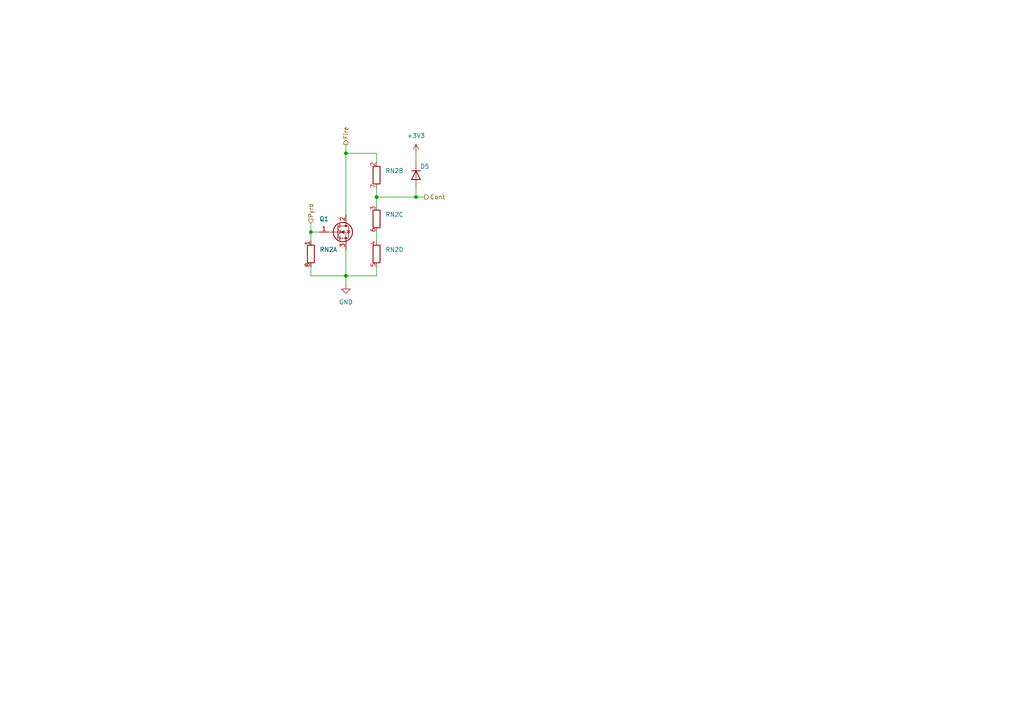
<source format=kicad_sch>
(kicad_sch (version 20211123) (generator eeschema)
  (paper "A4")
  (lib_symbols
    (symbol "Device:Q_NMOS_GDS" (pin_names (offset 0) hide)
      (property "Reference" "Q" (at 5.08 1.27 0))
      (property "Value" "Q_NMOS_GDS" (at 5.08 -1.27 0))
      (symbol "Q_NMOS_GDS_0_1"
        (polyline (pts (xy 0.254 0) (xy -2.54 0)))
        (polyline (pts (xy 0.254 1.905) (xy 0.254 -1.905)) (stroke (width 0.254)))
        (polyline (pts (xy 0.762 -1.27) (xy 0.762 -2.286)) (stroke (width 0.254)))
        (polyline (pts (xy 0.762 0.508) (xy 0.762 -0.508)) (stroke (width 0.254)))
        (polyline (pts (xy 0.762 2.286) (xy 0.762 1.27)) (stroke (width 0.254)))
        (polyline (pts (xy 2.54 2.54) (xy 2.54 1.778)))
        (polyline (pts (xy 2.54 -2.54) (xy 2.54 0) (xy 0.762 0)))
        (polyline (pts (xy 0.762 -1.778) (xy 3.302 -1.778) (xy 3.302 1.778) (xy 0.762 1.778)))
        (polyline (pts (xy 1.016 0) (xy 2.032 0.381) (xy 2.032 -0.381) (xy 1.016 0)) (fill (type outline)))
        (polyline (pts (xy 2.794 0.508) (xy 2.921 0.381) (xy 3.683 0.381) (xy 3.81 0.254)))
        (polyline (pts (xy 3.302 0.381) (xy 2.921 -0.254) (xy 3.683 -0.254) (xy 3.302 0.381)))
        (circle (center 1.651 0) (radius 2.794) (stroke (width 0.254)))
        (circle (center 2.54 -1.778) (radius 0.254) (fill (type outline)))
        (circle (center 2.54 1.778) (radius 0.254) (fill (type outline)))
      )
      (symbol "Q_NMOS_GDS_1_1"
        (pin input line (at -5.08 0 0) (length 2.54) (name "G") (number "1"))
        (pin passive line (at 2.54 5.08 270) (length 2.54) (name "D") (number "2"))
        (pin passive line (at 2.54 -5.08 90) (length 2.54) (name "S") (number "3"))
      )
    )
    (symbol "Device:R_Pack04_Split" (pin_names (offset 0) hide)
      (property "Reference" "RN" (at 2.032 0 90))
      (property "Value" "R_Pack04_Split" (at 0 0 90))
      (symbol "R_Pack04_Split_0_1"
        (rectangle (start 1.016 2.54) (end -1.016 -2.54) (stroke (width 0.254)))
      )
      (symbol "R_Pack04_Split_1_1"
        (pin passive line (at 0 -3.81 90) (length 1.27) (name "R1.1") (number "1"))
        (pin passive line (at 0 3.81 270) (length 1.27) (name "R1.2") (number "8"))
      )
      (symbol "R_Pack04_Split_2_1"
        (pin passive line (at 0 -3.81 90) (length 1.27) (name "R2.1") (number "2"))
        (pin passive line (at 0 3.81 270) (length 1.27) (name "R2.2") (number "7"))
      )
      (symbol "R_Pack04_Split_3_1"
        (pin passive line (at 0 -3.81 90) (length 1.27) (name "R3.1") (number "3"))
        (pin passive line (at 0 3.81 270) (length 1.27) (name "R3.2") (number "6"))
      )
      (symbol "R_Pack04_Split_4_1"
        (pin passive line (at 0 -3.81 90) (length 1.27) (name "R4.1") (number "4"))
        (pin passive line (at 0 3.81 270) (length 1.27) (name "R4.2") (number "5"))
      )
    )
    (symbol "Diode:1N914" (pin_numbers hide) (pin_names (offset 1.016) hide)
      (property "Reference" "D" (at 0 2.54 0))
      (property "Value" "1N914" (at 0 -2.54 0))
      (symbol "1N914_0_1"
        (polyline (pts (xy -1.27 1.27) (xy -1.27 -1.27)) (stroke (width 0.254)))
        (polyline (pts (xy 1.27 0) (xy -1.27 0)))
        (polyline (pts (xy 1.27 1.27) (xy 1.27 -1.27) (xy -1.27 0) (xy 1.27 1.27)) (stroke (width 0.254)))
      )
      (symbol "1N914_1_1"
        (pin passive line (at -3.81 0 0) (length 2.54) (name "K") (number "1"))
        (pin passive line (at 3.81 0 180) (length 2.54) (name "A") (number "2"))
      )
    )
    (symbol "power:+3V3" (power) (pin_names (offset 0))
      (property "Value" "+3V3" (at 0 3.556 0))
      (symbol "+3V3_0_1"
        (polyline (pts (xy -0.762 1.27) (xy 0 2.54)))
        (polyline (pts (xy 0 0) (xy 0 2.54)))
        (polyline (pts (xy 0 2.54) (xy 0.762 1.27)))
      )
      (symbol "+3V3_1_1"
        (pin power_in line (at 0 0 90) (length 0) hide (name "+3V3") (number "1"))
      )
    )
    (symbol "power:GND" (power) (pin_names (offset 0))
      (property "Value" "GND" (at 0 -3.81 0))
      (symbol "GND_0_1"
        (polyline (pts (xy 0 0) (xy 0 -1.27) (xy 1.27 -1.27) (xy 0 -2.54) (xy -1.27 -1.27) (xy 0 -1.27)))
      )
      (symbol "GND_1_1"
        (pin power_in line (at 0 0 270) (length 0) hide (name "GND") (number "1"))
      )
    )
  )
  (junction (at 100.33 80.01))
  (junction (at 90.17 67.31))
  (junction (at 100.33 44.45))
  (junction (at 109.22 57.15))
  (junction (at 120.65 57.15))
  (wire (pts (xy 90.17 64.77) (xy 90.17 67.31)))
  (wire (pts (xy 109.22 57.15) (xy 109.22 59.69)))
  (wire (pts (xy 120.65 54.61) (xy 120.65 57.15)))
  (wire (pts (xy 100.33 80.01) (xy 100.33 82.55)))
  (wire (pts (xy 109.22 77.47) (xy 109.22 80.01)))
  (wire (pts (xy 90.17 67.31) (xy 92.71 67.31)))
  (wire (pts (xy 100.33 41.91) (xy 100.33 44.45)))
  (wire (pts (xy 100.33 44.45) (xy 100.33 62.23)))
  (wire (pts (xy 90.17 67.31) (xy 90.17 69.85)))
  (wire (pts (xy 109.22 57.15) (xy 120.65 57.15)))
  (wire (pts (xy 100.33 44.45) (xy 109.22 44.45)))
  (wire (pts (xy 90.17 77.47) (xy 90.17 80.01)))
  (wire (pts (xy 109.22 80.01) (xy 100.33 80.01)))
  (wire (pts (xy 120.65 44.45) (xy 120.65 46.99)))
  (wire (pts (xy 100.33 72.39) (xy 100.33 80.01)))
  (wire (pts (xy 109.22 54.61) (xy 109.22 57.15)))
  (wire (pts (xy 109.22 67.31) (xy 109.22 69.85)))
  (wire (pts (xy 120.65 57.15) (xy 123.19 57.15)))
  (wire (pts (xy 90.17 80.01) (xy 100.33 80.01)))
  (wire (pts (xy 109.22 44.45) (xy 109.22 46.99)))
  (hierarchical_label "Pyro" (shape input) (at 90.17 64.77 90))
  (hierarchical_label "Fire" (shape output) (at 100.33 41.91 90))
  (hierarchical_label "Cont" (shape output) (at 123.19 57.15 0))
  (symbol (lib_id "Device:R_Pack04_Split") (at 109.22 50.8 180) (unit 2)
    (property "Reference" "RN2" (at 111.76 49.5299 0) (effects (justify right)))
    (property "Footprint" "Resistor_SMD:R_Array_Convex_4x0603" (effects hide))
  )
  (symbol (lib_id "Device:R_Pack04_Split") (at 109.22 63.5 180) (unit 3)
    (property "Reference" "RN2" (at 111.76 62.2299 0) (effects (justify right)))
    (property "Footprint" "Resistor_SMD:R_Array_Convex_4x0603" (effects hide))
  )
  (symbol (lib_id "power:GND") (at 100.33 82.55 0) (unit 1)
    (property "Reference" "#PWR048" (effects hide))
  )
  (symbol (lib_id "Device:Q_NMOS_GDS") (at 97.79 67.31 0) (unit 1)
    (property "Reference" "Q1" (at 93.98 63.5 0))
  )
  (symbol (lib_id "Diode:1N914") (at 120.65 50.8 90) (mirror x) (unit 1)
    (property "Reference" "D5" (at 123.19 48.26 90))
    (property "Datasheet" "http://www.vishay.com/docs/85622/1n914.pdf" (effects hide))
    (property "LCSC" "C727081" (effects hide))
    (property "JLC" "SOD-123FL" (effects hide))
  )
  (symbol (lib_id "Device:R_Pack04_Split") (at 90.17 73.66 180) (unit 1)
    (property "Reference" "RN2" (at 92.71 72.3899 0) (effects (justify right)))
    (property "Footprint" "Resistor_SMD:R_Array_Convex_4x0603" (effects hide))
  )
  (symbol (lib_id "Device:R_Pack04_Split") (at 109.22 73.66 180) (unit 4)
    (property "Reference" "RN2" (at 111.76 72.3899 0) (effects (justify right)))
    (property "Footprint" "Resistor_SMD:R_Array_Convex_4x0603" (effects hide))
  )
  (symbol (lib_id "power:+3V3") (at 120.65 44.45 0) (unit 1)
    (property "Reference" "#PWR049" (effects hide))
  )
)
</source>
